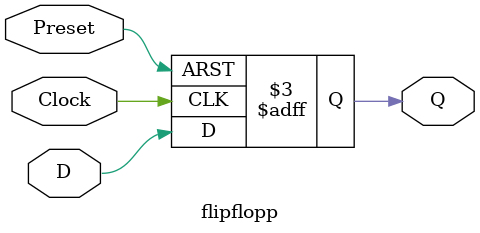
<source format=v>
module flipflopp (D,Preset, Clock, Q);
input D, Clock,Preset;
output reg Q;


//addition preset value
always@(negedge Preset, posedge Clock)
	if (!Preset)
		Q<= 1;
	else
	Q = D;

endmodule
</source>
